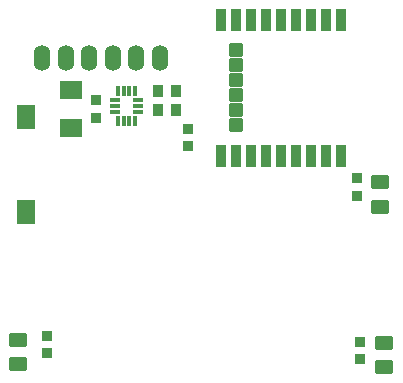
<source format=gts>
G04 Layer: TopSolderMaskLayer*
G04 EasyEDA v6.5.40, 2024-06-15 16:39:10*
G04 e63031535b224d068feaf967c7116de5,10*
G04 Gerber Generator version 0.2*
G04 Scale: 100 percent, Rotated: No, Reflected: No *
G04 Dimensions in millimeters *
G04 leading zeros omitted , absolute positions ,4 integer and 5 decimal *
%FSLAX45Y45*%
%MOMM*%

%AMMACRO1*1,1,$1,$2,$3*1,1,$1,$4,$5*1,1,$1,0-$2,0-$3*1,1,$1,0-$4,0-$5*20,1,$1,$2,$3,$4,$5,0*20,1,$1,$4,$5,0-$2,0-$3,0*20,1,$1,0-$2,0-$3,0-$4,0-$5,0*20,1,$1,0-$4,0-$5,$2,$3,0*4,1,4,$2,$3,$4,$5,0-$2,0-$3,0-$4,0-$5,$2,$3,0*%
%ADD10R,1.8296X1.5866*%
%ADD11O,1.4031976X2.2031959999999997*%
%ADD12MACRO1,0.1016X0.6998X0.5X0.6998X-0.5*%
%ADD13R,0.9656X0.9081*%
%ADD14MACRO1,0.1016X-0.4032X-0.432X-0.4032X0.432*%
%ADD15MACRO1,0.1016X0.4032X-0.432X0.4032X0.432*%
%ADD16MACRO1,0.1016X0.69X1X0.69X-1*%
%ADD17MACRO1,0.1016X0.4X0.9X0.4X-0.9*%
%ADD18MACRO1,0.1016X0.5X0.5X0.5X-0.5*%
%ADD19MACRO1,0.1016X0.14X0.3375X0.14X-0.3375*%
%ADD20MACRO1,0.1016X0.3375X0.14X0.3375X-0.14*%

%LPD*%
D10*
G01*
X8140700Y6928358D03*
G01*
X8140700Y6609842D03*
D11*
G01*
X8894699Y7200900D03*
G01*
X8694699Y7200900D03*
G01*
X8494699Y7200900D03*
G01*
X8294700Y7200900D03*
G01*
X8094700Y7200900D03*
G01*
X7894700Y7200900D03*
D12*
G01*
X7696200Y4606671D03*
G01*
X7696200Y4816729D03*
G01*
X10795000Y4581271D03*
G01*
X10795000Y4791329D03*
G01*
X10756900Y5940171D03*
G01*
X10756900Y6150229D03*
D13*
G01*
X10566400Y6184036D03*
G01*
X10566400Y6033363D03*
G01*
X10591800Y4799736D03*
G01*
X10591800Y4649063D03*
D14*
G01*
X9028824Y6756400D03*
D15*
G01*
X8878175Y6756400D03*
D14*
G01*
X9028824Y6921500D03*
D15*
G01*
X8878175Y6921500D03*
D13*
G01*
X9131300Y6603136D03*
G01*
X9131300Y6452463D03*
G01*
X8356600Y6844436D03*
G01*
X8356600Y6693763D03*
D16*
G01*
X7759700Y6699199D03*
G01*
X7759700Y5899200D03*
D17*
G01*
X10426700Y7521897D03*
G01*
X10299700Y7521897D03*
G01*
X10172700Y7521897D03*
G01*
X10045700Y7521897D03*
G01*
X9918700Y7521897D03*
G01*
X9791700Y7521897D03*
G01*
X9664700Y7521897D03*
G01*
X9537700Y7521897D03*
G01*
X9410700Y7521897D03*
D18*
G01*
X9537705Y7264394D03*
G01*
X9537705Y7137394D03*
G01*
X9537705Y7010394D03*
G01*
X9537705Y6883394D03*
G01*
X9537705Y6756394D03*
G01*
X9537705Y6629394D03*
D17*
G01*
X9410700Y6371889D03*
G01*
X9537700Y6371889D03*
G01*
X9664700Y6371889D03*
G01*
X9791700Y6371889D03*
G01*
X9918700Y6371889D03*
G01*
X10045700Y6371889D03*
G01*
X10172700Y6371889D03*
G01*
X10299700Y6371889D03*
G01*
X10426700Y6371889D03*
D19*
G01*
X8685606Y6920712D03*
G01*
X8635593Y6920712D03*
G01*
X8585606Y6920712D03*
G01*
X8535593Y6920712D03*
D20*
G01*
X8509345Y6844499D03*
G01*
X8509345Y6794512D03*
G01*
X8509345Y6744500D03*
D19*
G01*
X8535593Y6668312D03*
G01*
X8585606Y6668312D03*
G01*
X8635593Y6668312D03*
G01*
X8685606Y6668312D03*
D20*
G01*
X8711854Y6744500D03*
G01*
X8711854Y6794512D03*
G01*
X8711854Y6844499D03*
D13*
G01*
X7937500Y4850536D03*
G01*
X7937500Y4699863D03*
M02*

</source>
